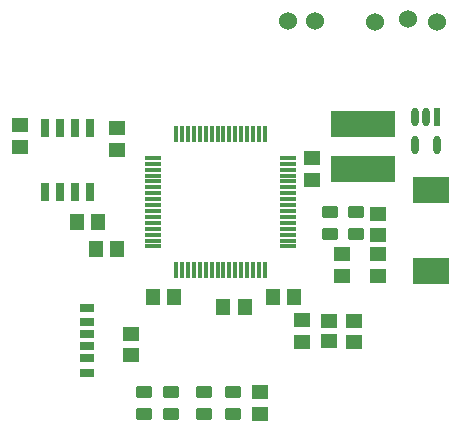
<source format=gtp>
G04*
G04 #@! TF.GenerationSoftware,Altium Limited,Altium Designer,22.0.2 (36)*
G04*
G04 Layer_Color=8421504*
%FSLAX25Y25*%
%MOIN*%
G70*
G04*
G04 #@! TF.SameCoordinates,5F5B6C63-6FB6-4E28-9BE5-C2605847C7C1*
G04*
G04*
G04 #@! TF.FilePolarity,Positive*
G04*
G01*
G75*
%ADD15R,0.04724X0.02756*%
%ADD16R,0.04724X0.02992*%
%ADD17R,0.04724X0.03150*%
%ADD18C,0.06000*%
%ADD19R,0.02410X0.06062*%
G04:AMPARAMS|DCode=20|XSize=60.62mil|YSize=24.1mil|CornerRadius=12.05mil|HoleSize=0mil|Usage=FLASHONLY|Rotation=270.000|XOffset=0mil|YOffset=0mil|HoleType=Round|Shape=RoundedRectangle|*
%AMROUNDEDRECTD20*
21,1,0.06062,0.00000,0,0,270.0*
21,1,0.03652,0.02410,0,0,270.0*
1,1,0.02410,0.00000,-0.01826*
1,1,0.02410,0.00000,0.01826*
1,1,0.02410,0.00000,0.01826*
1,1,0.02410,0.00000,-0.01826*
%
%ADD20ROUNDEDRECTD20*%
G04:AMPARAMS|DCode=21|XSize=39.37mil|YSize=55.91mil|CornerRadius=4.92mil|HoleSize=0mil|Usage=FLASHONLY|Rotation=90.000|XOffset=0mil|YOffset=0mil|HoleType=Round|Shape=RoundedRectangle|*
%AMROUNDEDRECTD21*
21,1,0.03937,0.04606,0,0,90.0*
21,1,0.02953,0.05591,0,0,90.0*
1,1,0.00984,0.02303,0.01476*
1,1,0.00984,0.02303,-0.01476*
1,1,0.00984,-0.02303,-0.01476*
1,1,0.00984,-0.02303,0.01476*
%
%ADD21ROUNDEDRECTD21*%
%ADD22R,0.21700X0.08500*%
%ADD23R,0.05787X0.04724*%
%ADD24R,0.12284X0.09016*%
%ADD25R,0.04528X0.05709*%
%ADD26R,0.05709X0.04528*%
%ADD27R,0.01181X0.05807*%
%ADD28R,0.05807X0.01181*%
%ADD29R,0.02756X0.06004*%
D15*
X31126Y55532D02*
D03*
Y59469D02*
D03*
D16*
Y51516D02*
D03*
Y63484D02*
D03*
D17*
Y46673D02*
D03*
Y68327D02*
D03*
D18*
X107000Y164000D02*
D03*
X98000D02*
D03*
X127000Y163500D02*
D03*
X138000Y164500D02*
D03*
X147500Y163500D02*
D03*
D19*
X147740Y132000D02*
D03*
D20*
X144000D02*
D03*
X140260D02*
D03*
Y122429D02*
D03*
X147740D02*
D03*
D21*
X79500Y32819D02*
D03*
Y40181D02*
D03*
X70000Y32819D02*
D03*
Y40181D02*
D03*
X59000Y32819D02*
D03*
Y40181D02*
D03*
X50000Y32819D02*
D03*
Y40181D02*
D03*
X112000Y92819D02*
D03*
Y100181D02*
D03*
X120500D02*
D03*
Y92819D02*
D03*
D22*
X123000Y114400D02*
D03*
Y129600D02*
D03*
D23*
X111500Y57114D02*
D03*
Y63886D02*
D03*
D24*
X145500Y80496D02*
D03*
Y107504D02*
D03*
D25*
X76457Y68500D02*
D03*
X83543D02*
D03*
X92957Y72000D02*
D03*
X100043D02*
D03*
X34795Y96795D02*
D03*
X27709D02*
D03*
X60043Y72000D02*
D03*
X52957D02*
D03*
X41043Y88000D02*
D03*
X33957D02*
D03*
D26*
X88500Y40043D02*
D03*
Y32957D02*
D03*
X45500Y52457D02*
D03*
Y59543D02*
D03*
X102500Y64043D02*
D03*
Y56957D02*
D03*
X41000Y128043D02*
D03*
Y120957D02*
D03*
X106000Y118043D02*
D03*
Y110957D02*
D03*
X120000Y64000D02*
D03*
Y56913D02*
D03*
X128000Y99543D02*
D03*
Y92457D02*
D03*
Y78957D02*
D03*
Y86043D02*
D03*
X8500Y129043D02*
D03*
Y121957D02*
D03*
X116000Y78957D02*
D03*
Y86043D02*
D03*
D27*
X60736Y80910D02*
D03*
X62705D02*
D03*
X64673D02*
D03*
X66642D02*
D03*
X68610D02*
D03*
X70579D02*
D03*
X72547D02*
D03*
X74516D02*
D03*
X76484D02*
D03*
X78453D02*
D03*
X80421D02*
D03*
X82390D02*
D03*
X84358D02*
D03*
X86327D02*
D03*
X88295D02*
D03*
X90264D02*
D03*
Y126091D02*
D03*
X88295D02*
D03*
X86327D02*
D03*
X84358D02*
D03*
X82390D02*
D03*
X80421D02*
D03*
X78453D02*
D03*
X76484D02*
D03*
X74516D02*
D03*
X72547D02*
D03*
X70579D02*
D03*
X68610D02*
D03*
X66642D02*
D03*
X64673D02*
D03*
X62705D02*
D03*
X60736D02*
D03*
D28*
X98090Y88736D02*
D03*
Y90705D02*
D03*
Y92673D02*
D03*
Y94642D02*
D03*
Y96610D02*
D03*
Y98579D02*
D03*
Y100547D02*
D03*
Y102516D02*
D03*
Y104484D02*
D03*
Y106453D02*
D03*
Y108421D02*
D03*
Y110390D02*
D03*
Y112358D02*
D03*
Y114327D02*
D03*
Y116295D02*
D03*
Y118264D02*
D03*
X52909D02*
D03*
Y116295D02*
D03*
Y114327D02*
D03*
Y112358D02*
D03*
Y110390D02*
D03*
Y108421D02*
D03*
Y106453D02*
D03*
Y104484D02*
D03*
Y102516D02*
D03*
Y100547D02*
D03*
Y98579D02*
D03*
Y96610D02*
D03*
Y94642D02*
D03*
Y92673D02*
D03*
Y90705D02*
D03*
Y88736D02*
D03*
D29*
X32000Y128177D02*
D03*
X27000D02*
D03*
X22000D02*
D03*
X17000D02*
D03*
Y106823D02*
D03*
X22000D02*
D03*
X27000D02*
D03*
X32000D02*
D03*
M02*

</source>
